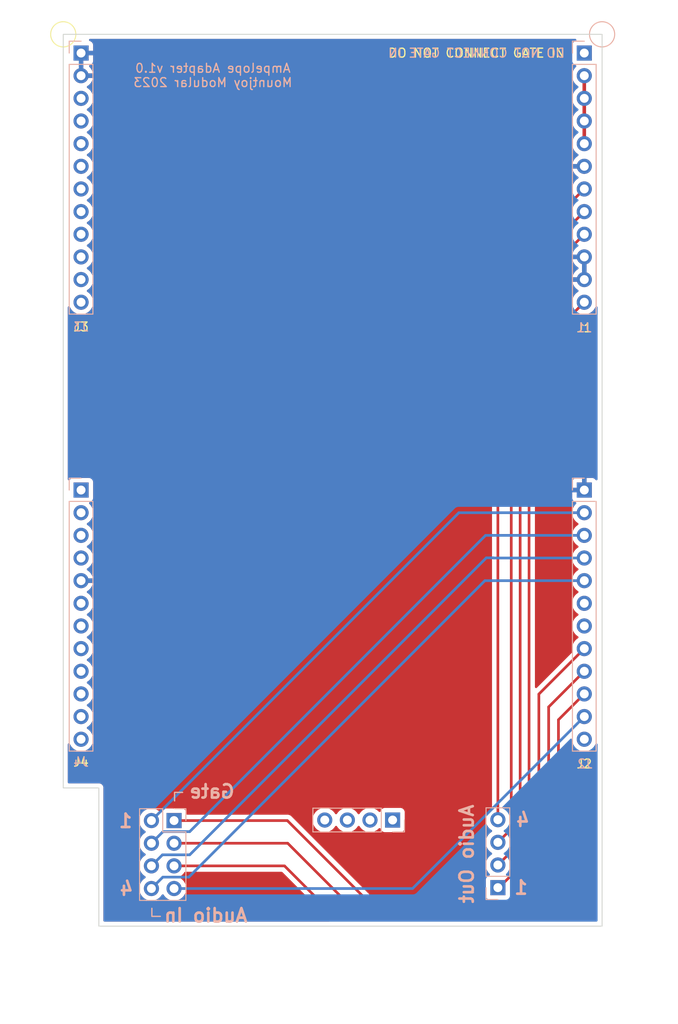
<source format=kicad_pcb>
(kicad_pcb (version 20221018) (generator pcbnew)
  (layers (0 "F.Cu" signal) (31 "B.Cu" signal) (34 "B.Paste" user) (35 "F.Paste" user) (36 "B.SilkS" user "B.Silkscreen") (37 "F.SilkS" user "F.Silkscreen") (38 "B.Mask" user) (39 "F.Mask" user) (44 "Edge.Cuts" user))
  (net 0 "")
  (net 1 "GND")
  (net 2 "/Gate_In")
  (net 3 "/Gate1_In")
  (net 4 "/Gate2_In")
  (net 5 "/Gate3_In")
  (net 6 "/Gate4_In")
  (net 7 "/Audio1_In")
  (net 8 "/Audio2_In")
  (net 9 "/Audio3_In")
  (net 10 "/Audio4_In")
  (net 11 "/Audio1_Out")
  (net 12 "/Audio2_Out")
  (net 13 "/Audio3_Out")
  (net 14 "/Audio4_Out")
  (net 15 "+3V3")
  (net 16 "/Led1_Out")
  (net 17 "/Led2_Out")
  (net 18 "/Led3_Out")
  (net 19 "/Led4_Out")
  (net 20 "/Env1_Out")
  (net 21 "/Clock_In")
  (net 22 "/Env3_Out")
  (net 23 "/LFO_Speed")
  (net 24 "/Env1_Short")
  (net 25 "/Env1_LFO")
  (net 26 "/Env2_Short")
  (net 27 "/Env2_LFO")
  (net 28 "/Env3_Short")
  (net 29 "/Env3_LFO")
  (net 30 "/Env4_Short")
  (net 31 "/Env4_LFO")
  (net 32 "/EnvA_Attack")
  (net 33 "/EnvA_Decay")
  (net 34 "/EnvA_Release")
  (net 35 "/EnvA_Sustain")
  (net 36 "/EnvB_Attack")
  (net 37 "/EnvB_Decay")
  (net 38 "/EnvB_Release")
  (net 39 "/EnvB_Sustain")
  (footprint "Custom_Footprints:3D_Dummy" (layer "F.Cu") (at 100 50)
    (fp_text reference "D2" hide)
    (fp_text value "3d_Model_Controls")
    (fp_circle (center 0 0) (end 1.414214 0) (stroke (width 0.12)) (fill none) (layer "F.SilkS"))
  )
  (footprint "Connector_PinSocket_2.54mm:PinSocket_1x12_P2.54mm_Vertical" (layer "B.Cu") (at 158.5 101.1 180)
    (fp_text reference "J2" (at -0.1 -30.7) (layer "B.SilkS") (effects (justify mirror)))
    (fp_text value "Conn_01x12_Male")
    (fp_line (start -1.33 -29.27) (end 1.33 -29.27) (stroke (width 0.12)) (layer "B.SilkS"))
    (fp_line (start -1.33 -1.27) (end -1.33 -29.27) (stroke (width 0.12)) (layer "B.SilkS"))
    (fp_line (start -1.33 -1.27) (end 1.33 -1.27) (stroke (width 0.12)) (layer "B.SilkS"))
    (fp_line (start 0 1.33) (end 1.33 1.33) (stroke (width 0.12)) (layer "B.SilkS"))
    (fp_line (start 1.33 -1.27) (end 1.33 -29.27) (stroke (width 0.12)) (layer "B.SilkS"))
    (fp_line (start 1.33 1.33) (end 1.33 0) (stroke (width 0.12)) (layer "B.SilkS"))
    (pad "1" thru_hole rect (at 0 0 180) (size 1.7 1.7) (drill 1) (layers "*.Cu" "*.Mask") (net 1 "GND"))
    (pad "2" thru_hole oval (at 0 -2.54 180) (size 1.7 1.7) (drill 1) (layers "*.Cu" "*.Mask") (net 7 "/Audio1_In"))
    (pad "3" thru_hole oval (at 0 -5.08 180) (size 1.7 1.7) (drill 1) (layers "*.Cu" "*.Mask") (net 8 "/Audio2_In"))
    (pad "4" thru_hole oval (at 0 -7.62 180) (size 1.7 1.7) (drill 1) (layers "*.Cu" "*.Mask") (net 9 "/Audio3_In"))
    (pad "5" thru_hole oval (at 0 -10.16 180) (size 1.7 1.7) (drill 1) (layers "*.Cu" "*.Mask") (net 10 "/Audio4_In"))
    (pad "6" thru_hole oval (at 0 -12.7 180) (size 1.7 1.7) (drill 1) (layers "*.Cu" "*.Mask") (net 23 "/LFO_Speed"))
    (pad "7" thru_hole oval (at 0 -15.24 180) (size 1.7 1.7) (drill 1) (layers "*.Cu" "*.Mask") (net 30 "/Env4_Short"))
    (pad "8" thru_hole oval (at 0 -17.78 180) (size 1.7 1.7) (drill 1) (layers "*.Cu" "*.Mask") (net 3 "/Gate1_In"))
    (pad "9" thru_hole oval (at 0 -20.32 180) (size 1.7 1.7) (drill 1) (layers "*.Cu" "*.Mask") (net 4 "/Gate2_In"))
    (pad "10" thru_hole oval (at 0 -22.86 180) (size 1.7 1.7) (drill 1) (layers "*.Cu" "*.Mask") (net 5 "/Gate3_In"))
    (pad "11" thru_hole oval (at 0 -25.4 180) (size 1.7 1.7) (drill 1) (layers "*.Cu" "*.Mask") (net 6 "/Gate4_In"))
    (pad "12" thru_hole oval (at 0 -27.94 180) (size 1.7 1.7) (drill 1) (layers "*.Cu" "*.Mask") (net 21 "/Clock_In"))
  )
  (footprint "Connector_PinHeader_2.54mm:PinHeader_1x04_P2.54mm_Vertical" (layer "B.Cu") (at 148.8 145.68)
    (fp_text reference "J6" hide)
    (fp_text value "Filter_Connector")
    (fp_line (start -1.33 -8.95) (end 1.33 -8.95) (stroke (width 0.12)) (layer "B.SilkS"))
    (fp_line (start -1.33 -1.27) (end -1.33 -8.95) (stroke (width 0.12)) (layer "B.SilkS"))
    (fp_line (start -1.33 -1.27) (end 1.33 -1.27) (stroke (width 0.12)) (layer "B.SilkS"))
    (fp_line (start -1.33 0) (end -1.33 1.33) (stroke (width 0.12)) (layer "B.SilkS"))
    (fp_line (start -1.33 1.33) (end 0 1.33) (stroke (width 0.12)) (layer "B.SilkS"))
    (fp_line (start 1.33 -1.27) (end 1.33 -8.95) (stroke (width 0.12)) (layer "B.SilkS"))
    (pad "1" thru_hole rect (at 0 0) (size 1.7 1.7) (drill 1) (layers "*.Cu" "*.Mask") (net 11 "/Audio1_Out"))
    (pad "2" thru_hole oval (at 0 -2.54) (size 1.7 1.7) (drill 1) (layers "*.Cu" "*.Mask") (net 12 "/Audio2_Out"))
    (pad "3" thru_hole oval (at 0 -5.08) (size 1.7 1.7) (drill 1) (layers "*.Cu" "*.Mask") (net 13 "/Audio3_Out"))
    (pad "4" thru_hole oval (at 0 -7.62) (size 1.7 1.7) (drill 1) (layers "*.Cu" "*.Mask") (net 14 "/Audio4_Out"))
  )
  (footprint "Custom_Footprints:3D_Dummy" (layer "B.Cu") (at 160.5 50 180)
    (fp_text reference "D1" hide)
    (fp_text value "3d_Model_Components")
    (fp_circle (center 0 0) (end 1.414214 0) (stroke (width 0.12)) (fill none) (layer "B.SilkS"))
  )
  (footprint "Connector_PinHeader_2.54mm:PinHeader_2x04_P2.54mm_Vertical" (layer "B.Cu") (at 112.44 138.16 180)
    (fp_text reference "J5" hide)
    (fp_text value "Midi_Board_Connector")
    (fp_line (start -1.33 -8.95) (end 3.87 -8.95) (stroke (width 0.12)) (layer "B.SilkS"))
    (fp_line (start -1.33 -1.27) (end -1.33 -8.95) (stroke (width 0.12)) (layer "B.SilkS"))
    (fp_line (start -1.33 -1.27) (end 1.27 -1.27) (stroke (width 0.12)) (layer "B.SilkS"))
    (fp_line (start -1.33 0) (end -1.33 1.33) (stroke (width 0.12)) (layer "B.SilkS"))
    (fp_line (start -1.33 1.33) (end 0 1.33) (stroke (width 0.12)) (layer "B.SilkS"))
    (fp_line (start 1.27 -1.27) (end 1.27 1.33) (stroke (width 0.12)) (layer "B.SilkS"))
    (fp_line (start 1.27 1.33) (end 3.87 1.33) (stroke (width 0.12)) (layer "B.SilkS"))
    (fp_line (start 3.87 1.33) (end 3.87 -8.95) (stroke (width 0.12)) (layer "B.SilkS"))
    (pad "1" thru_hole rect (at 0 0 180) (size 1.7 1.7) (drill 1) (layers "*.Cu" "*.Mask") (net 3 "/Gate1_In"))
    (pad "2" thru_hole oval (at 2.54 0 180) (size 1.7 1.7) (drill 1) (layers "*.Cu" "*.Mask") (net 7 "/Audio1_In"))
    (pad "3" thru_hole oval (at 0 -2.54 180) (size 1.7 1.7) (drill 1) (layers "*.Cu" "*.Mask") (net 4 "/Gate2_In"))
    (pad "4" thru_hole oval (at 2.54 -2.54 180) (size 1.7 1.7) (drill 1) (layers "*.Cu" "*.Mask") (net 8 "/Audio2_In"))
    (pad "5" thru_hole oval (at 0 -5.08 180) (size 1.7 1.7) (drill 1) (layers "*.Cu" "*.Mask") (net 5 "/Gate3_In"))
    (pad "6" thru_hole oval (at 2.54 -5.08 180) (size 1.7 1.7) (drill 1) (layers "*.Cu" "*.Mask") (net 9 "/Audio3_In"))
    (pad "7" thru_hole oval (at 0 -7.62 180) (size 1.7 1.7) (drill 1) (layers "*.Cu" "*.Mask") (net 6 "/Gate4_In"))
    (pad "8" thru_hole oval (at 2.54 -7.62 180) (size 1.7 1.7) (drill 1) (layers "*.Cu" "*.Mask") (net 10 "/Audio4_In"))
  )
  (footprint "Connector_PinSocket_2.54mm:PinSocket_1x12_P2.54mm_Vertical" (layer "B.Cu") (at 102 101.1 180)
    (fp_text reference "J4" (at 0 -30.5) (layer "B.SilkS") (effects (justify mirror)))
    (fp_text value "Conn_01x12_Male")
    (fp_line (start -1.33 -29.27) (end 1.33 -29.27) (stroke (width 0.12)) (layer "B.SilkS"))
    (fp_line (start -1.33 -1.27) (end -1.33 -29.27) (stroke (width 0.12)) (layer "B.SilkS"))
    (fp_line (start -1.33 -1.27) (end 1.33 -1.27) (stroke (width 0.12)) (layer "B.SilkS"))
    (fp_line (start 0 1.33) (end 1.33 1.33) (stroke (width 0.12)) (layer "B.SilkS"))
    (fp_line (start 1.33 -1.27) (end 1.33 -29.27) (stroke (width 0.12)) (layer "B.SilkS"))
    (fp_line (start 1.33 1.33) (end 1.33 0) (stroke (width 0.12)) (layer "B.SilkS"))
    (pad "1" thru_hole rect (at 0 0 180) (size 1.7 1.7) (drill 1) (layers "*.Cu" "*.Mask") (net 32 "/EnvA_Attack"))
    (pad "2" thru_hole oval (at 0 -2.54 180) (size 1.7 1.7) (drill 1) (layers "*.Cu" "*.Mask") (net 33 "/EnvA_Decay"))
    (pad "3" thru_hole oval (at 0 -5.08 180) (size 1.7 1.7) (drill 1) (layers "*.Cu" "*.Mask") (net 35 "/EnvA_Sustain"))
    (pad "4" thru_hole oval (at 0 -7.62 180) (size 1.7 1.7) (drill 1) (layers "*.Cu" "*.Mask") (net 34 "/EnvA_Release"))
    (pad "5" thru_hole oval (at 0 -10.16 180) (size 1.7 1.7) (drill 1) (layers "*.Cu" "*.Mask") (net 1 "GND"))
    (pad "6" thru_hole oval (at 0 -12.7 180) (size 1.7 1.7) (drill 1) (layers "*.Cu" "*.Mask") (net 25 "/Env1_LFO"))
    (pad "7" thru_hole oval (at 0 -15.24 180) (size 1.7 1.7) (drill 1) (layers "*.Cu" "*.Mask") (net 24 "/Env1_Short"))
    (pad "8" thru_hole oval (at 0 -17.78 180) (size 1.7 1.7) (drill 1) (layers "*.Cu" "*.Mask") (net 27 "/Env2_LFO"))
    (pad "9" thru_hole oval (at 0 -20.32 180) (size 1.7 1.7) (drill 1) (layers "*.Cu" "*.Mask") (net 26 "/Env2_Short"))
    (pad "10" thru_hole oval (at 0 -22.86 180) (size 1.7 1.7) (drill 1) (layers "*.Cu" "*.Mask") (net 29 "/Env3_LFO"))
    (pad "11" thru_hole oval (at 0 -25.4 180) (size 1.7 1.7) (drill 1) (layers "*.Cu" "*.Mask") (net 28 "/Env3_Short"))
    (pad "12" thru_hole oval (at 0 -27.94 180) (size 1.7 1.7) (drill 1) (layers "*.Cu" "*.Mask") (net 31 "/Env4_LFO"))
  )
  (footprint "Connector_PinHeader_2.54mm:PinHeader_1x04_P2.54mm_Vertical" (layer "B.Cu") (at 136.98 138.1 90)
    (fp_text reference "J7" hide)
    (fp_text value "Test_Connector")
    (fp_line (start -1.33 -8.95) (end 1.33 -8.95) (stroke (width 0.12)) (layer "B.SilkS"))
    (fp_line (start -1.33 -1.27) (end -1.33 -8.95) (stroke (width 0.12)) (layer "B.SilkS"))
    (fp_line (start -1.33 -1.27) (end 1.33 -1.27) (stroke (width 0.12)) (layer "B.SilkS"))
    (fp_line (start -1.33 0) (end -1.33 1.33) (stroke (width 0.12)) (layer "B.SilkS"))
    (fp_line (start -1.33 1.33) (end 0 1.33) (stroke (width 0.12)) (layer "B.SilkS"))
    (fp_line (start 1.33 -1.27) (end 1.33 -8.95) (stroke (width 0.12)) (layer "B.SilkS"))
    (pad "1" thru_hole rect (at 0 0 90) (size 1.7 1.7) (drill 1) (layers "*.Cu" "*.Mask"))
    (pad "2" thru_hole oval (at 0 -2.54 90) (size 1.7 1.7) (drill 1) (layers "*.Cu" "*.Mask"))
    (pad "3" thru_hole oval (at 0 -5.08 90) (size 1.7 1.7) (drill 1) (layers "*.Cu" "*.Mask"))
    (pad "4" thru_hole oval (at 0 -7.62 90) (size 1.7 1.7) (drill 1) (layers "*.Cu" "*.Mask"))
  )
  (footprint "Connector_PinSocket_2.54mm:PinSocket_1x12_P2.54mm_Vertical" (layer "B.Cu") (at 158.5 52.1 180)
    (fp_text reference "J1" (at 0 -30.8) (layer "B.SilkS") (effects (justify mirror)))
    (fp_text value "Conn_01x12_Male")
    (fp_line (start -1.33 -29.27) (end 1.33 -29.27) (stroke (width 0.12)) (layer "B.SilkS"))
    (fp_line (start -1.33 -1.27) (end -1.33 -29.27) (stroke (width 0.12)) (layer "B.SilkS"))
    (fp_line (start -1.33 -1.27) (end 1.33 -1.27) (stroke (width 0.12)) (layer "B.SilkS"))
    (fp_line (start 0 1.33) (end 1.33 1.33) (stroke (width 0.12)) (layer "B.SilkS"))
    (fp_line (start 1.33 -1.27) (end 1.33 -29.27) (stroke (width 0.12)) (layer "B.SilkS"))
    (fp_line (start 1.33 1.33) (end 1.33 0) (stroke (width 0.12)) (layer "B.SilkS"))
    (pad "1" thru_hole rect (at 0 0 180) (size 1.7 1.7) (drill 1) (layers "*.Cu" "*.Mask") (net 2 "/Gate_In"))
    (pad "2" thru_hole oval (at 0 -2.54 180) (size 1.7 1.7) (drill 1) (layers "*.Cu" "*.Mask") (net 15 "+3V3"))
    (pad "3" thru_hole oval (at 0 -5.08 180) (size 1.7 1.7) (drill 1) (layers "*.Cu" "*.Mask") (net 15 "+3V3"))
    (pad "4" thru_hole oval (at 0 -7.62 180) (size 1.7 1.7) (drill 1) (layers "*.Cu" "*.Mask") (net 15 "+3V3"))
    (pad "5" thru_hole oval (at 0 -10.16 180) (size 1.7 1.7) (drill 1) (layers "*.Cu" "*.Mask") (net 15 "+3V3"))
    (pad "6" thru_hole oval (at 0 -12.7 180) (size 1.7 1.7) (drill 1) (layers "*.Cu" "*.Mask") (net 1 "GND"))
    (pad "7" thru_hole oval (at 0 -15.24 180) (size 1.7 1.7) (drill 1) (layers "*.Cu" "*.Mask") (net 14 "/Audio4_Out"))
    (pad "8" thru_hole oval (at 0 -17.78 180) (size 1.7 1.7) (drill 1) (layers "*.Cu" "*.Mask") (net 13 "/Audio3_Out"))
    (pad "9" thru_hole oval (at 0 -20.32 180) (size 1.7 1.7) (drill 1) (layers "*.Cu" "*.Mask") (net 12 "/Audio2_Out"))
    (pad "10" thru_hole oval (at 0 -22.86 180) (size 1.7 1.7) (drill 1) (layers "*.Cu" "*.Mask") (net 1 "GND"))
    (pad "11" thru_hole oval (at 0 -25.4 180) (size 1.7 1.7) (drill 1) (layers "*.Cu" "*.Mask") (net 1 "GND"))
    (pad "12" thru_hole oval (at 0 -27.94 180) (size 1.7 1.7) (drill 1) (layers "*.Cu" "*.Mask") (net 11 "/Audio1_Out"))
  )
  (footprint "Connector_PinSocket_2.54mm:PinSocket_1x12_P2.54mm_Vertical" (layer "B.Cu") (at 102 52.1 180)
    (fp_text reference "J3" (at 0 -30.7) (layer "B.SilkS") (effects (justify mirror)))
    (fp_text value "Conn_01x12_Male")
    (fp_line (start -1.33 -29.27) (end 1.33 -29.27) (stroke (width 0.12)) (layer "B.SilkS"))
    (fp_line (start -1.33 -1.27) (end -1.33 -29.27) (stroke (width 0.12)) (layer "B.SilkS"))
    (fp_line (start -1.33 -1.27) (end 1.33 -1.27) (stroke (width 0.12)) (layer "B.SilkS"))
    (fp_line (start 0 1.33) (end 1.33 1.33) (stroke (width 0.12)) (layer "B.SilkS"))
    (fp_line (start 1.33 -1.27) (end 1.33 -29.27) (stroke (width 0.12)) (layer "B.SilkS"))
    (fp_line (start 1.33 1.33) (end 1.33 0) (stroke (width 0.12)) (layer "B.SilkS"))
    (pad "1" thru_hole rect (at 0 0 180) (size 1.7 1.7) (drill 1) (layers "*.Cu" "*.Mask") (net 1 "GND"))
    (pad "2" thru_hole oval (at 0 -2.54 180) (size 1.7 1.7) (drill 1) (layers "*.Cu" "*.Mask") (net 1 "GND"))
    (pad "3" thru_hole oval (at 0 -5.08 180) (size 1.7 1.7) (drill 1) (layers "*.Cu" "*.Mask") (net 16 "/Led1_Out"))
    (pad "4" thru_hole oval (at 0 -7.62 180) (size 1.7 1.7) (drill 1) (layers "*.Cu" "*.Mask") (net 20 "/Env1_Out"))
    (pad "5" thru_hole oval (at 0 -10.16 180) (size 1.7 1.7) (drill 1) (layers "*.Cu" "*.Mask") (net 17 "/Led2_Out"))
    (pad "6" thru_hole oval (at 0 -12.7 180) (size 1.7 1.7) (drill 1) (layers "*.Cu" "*.Mask") (net 19 "/Led4_Out"))
    (pad "7" thru_hole oval (at 0 -15.24 180) (size 1.7 1.7) (drill 1) (layers "*.Cu" "*.Mask") (net 22 "/Env3_Out"))
    (pad "8" thru_hole oval (at 0 -17.78 180) (size 1.7 1.7) (drill 1) (layers "*.Cu" "*.Mask") (net 18 "/Led3_Out"))
    (pad "9" thru_hole oval (at 0 -20.32 180) (size 1.7 1.7) (drill 1) (layers "*.Cu" "*.Mask") (net 38 "/EnvB_Release"))
    (pad "10" thru_hole oval (at 0 -22.86 180) (size 1.7 1.7) (drill 1) (layers "*.Cu" "*.Mask") (net 39 "/EnvB_Sustain"))
    (pad "11" thru_hole oval (at 0 -25.4 180) (size 1.7 1.7) (drill 1) (layers "*.Cu" "*.Mask") (net 37 "/EnvB_Decay"))
    (pad "12" thru_hole oval (at 0 -27.94 180) (size 1.7 1.7) (drill 1) (layers "*.Cu" "*.Mask") (net 36 "/EnvB_Attack"))
  )
  (gr_line (start 109.95 148) (end 109.95 148.9) (stroke (width 0.15)) (layer "B.SilkS"))
  (gr_line (start 110 148.9) (end 110.9 148.9) (stroke (width 0.15)) (layer "B.SilkS"))
  (gr_line (start 113.4 135) (end 112.5 135) (stroke (width 0.15)) (layer "B.SilkS"))
  (gr_line (start 112.5 135.05) (end 112.5 135.95) (stroke (width 0.15)) (layer "B.SilkS"))
  (gr_poly (pts (xy 160.5 150) (xy 104 150) (xy 104 134.5) (xy 99.999347 134.5) (xy 100 132.9) (xy 100 50) (xy 160.5 50)) (stroke (width 0.1)) (fill none) (layer "Edge.Cuts"))
  (gr_text "4" (at 107.1 145.8) (layer "B.SilkS") (effects (font (size 1.5 1.5) (thickness 0.3)) (justify mirror)))
  (gr_text "Audio In" (at 116 148.8) (layer "B.SilkS") (effects (font (size 1.5 1.5) (thickness 0.3)) (justify mirror)))
  (gr_text "4" (at 151.6 138.08) (layer "B.SilkS") (effects (font (size 1.5 1.5) (thickness 0.3)) (justify mirror)))
  (gr_text "1" (at 107 138.2) (layer "B.SilkS") (effects (font (size 1.5 1.5) (thickness 0.3)) (justify mirror)))
  (gr_text "DO NOT CONNECT GATE IN" (at 146.4 52.1) (layer "B.SilkS") (effects (font (size 1 1)) (justify mirror)))
  (gr_text "Gate" (at 116.7 134.9) (layer "B.SilkS") (effects (font (size 1.5 1.5) (thickness 0.3)) (justify mirror)))
  (gr_text "Ampelope Adapter v1.0\nMountjoy Modular 2023" (at 116.8 54.6) (layer "B.SilkS") (effects (font (size 1 1)) (justify mirror)))
  (gr_text "Audio Out" (at 145.3 141.9 90) (layer "B.SilkS") (effects (font (size 1.5 1.5) (thickness 0.3)) (justify mirror)))
  (gr_text "1" (at 151.4 145.68) (layer "B.SilkS") (effects (font (size 1.5 1.5) (thickness 0.3)) (justify mirror)))
  (gr_text "DO NOT CONNECT GATE IN" (at 146.4 52.1) (layer "F.SilkS") (effects (font (size 1 1))))
  (gr_text "J3" (at 102 82.8) (layer "F.SilkS") (effects (font (size 1 1))))
  (gr_text "J2" (at 158.5 131.8) (layer "F.SilkS") (effects (font (size 1 1))))
  (gr_text "J4" (at 102 131.6) (layer "F.SilkS") (effects (font (size 1 1))))
  (gr_text "J1" (at 158.5 82.9) (layer "F.SilkS") (effects (font (size 1 1))))
  (segment (start 158.5 118.88) (end 153.4 123.98) (width 0.3) (layer "F.Cu") (net 3))
  (segment (start 125.16 138.16) (end 112.44 138.16) (width 0.3) (layer "F.Cu") (net 3))
  (segment (start 153.4 123.98) (end 153.4 145) (width 0.3) (layer "F.Cu") (net 3))
  (segment (start 134.3 147.3) (end 125.16 138.16) (width 0.3) (layer "F.Cu") (net 3))
  (segment (start 151.1 147.3) (end 134.3 147.3) (width 0.3) (layer "F.Cu") (net 3))
  (segment (start 153.4 145) (end 151.1 147.3) (width 0.3) (layer "F.Cu") (net 3))
  (segment (start 125.2 140.7) (end 112.44 140.7) (width 0.3) (layer "F.Cu") (net 4))
  (segment (start 158.5 121.42) (end 154.5 125.42) (width 0.3) (layer "F.Cu") (net 4))
  (segment (start 151.8 148.2) (end 132.7 148.2) (width 0.3) (layer "F.Cu") (net 4))
  (segment (start 154.5 145.5) (end 151.8 148.2) (width 0.3) (layer "F.Cu") (net 4))
  (segment (start 154.5 125.42) (end 154.5 145.5) (width 0.3) (layer "F.Cu") (net 4))
  (segment (start 132.7 148.2) (end 125.2 140.7) (width 0.3) (layer "F.Cu") (net 4))
  (segment (start 124.84 143.24) (end 130.7 149.1) (width 0.3) (layer "F.Cu") (net 5))
  (segment (start 130.7 149.1) (end 152.5 149.1) (width 0.3) (layer "F.Cu") (net 5))
  (segment (start 112.44 143.24) (end 124.84 143.24) (width 0.3) (layer "F.Cu") (net 5))
  (segment (start 152.5 149.1) (end 155.6 146) (width 0.3) (layer "F.Cu") (net 5))
  (segment (start 155.6 126.86) (end 158.5 123.96) (width 0.3) (layer "F.Cu") (net 5))
  (segment (start 155.6 146) (end 155.6 126.86) (width 0.3) (layer "F.Cu") (net 5))
  (segment (start 158.5 126.5) (end 139.22 145.78) (width 0.3) (layer "B.Cu") (net 6))
  (segment (start 139.22 145.78) (end 112.44 145.78) (width 0.3) (layer "B.Cu") (net 6))
  (segment (start 158.5 103.64) (end 144.42 103.64) (width 0.3) (layer "B.Cu") (net 7))
  (segment (start 144.42 103.64) (end 109.9 138.16) (width 0.3) (layer "B.Cu") (net 7))
  (segment (start 111.2 139.4) (end 109.9 140.7) (width 0.3) (layer "B.Cu") (net 8))
  (segment (start 114.2 139.4) (end 111.2 139.4) (width 0.3) (layer "B.Cu") (net 8))
  (segment (start 158.5 106.18) (end 147.42 106.18) (width 0.3) (layer "B.Cu") (net 8))
  (segment (start 147.42 106.18) (end 114.2 139.4) (width 0.3) (layer "B.Cu") (net 8))
  (segment (start 111.14 142) (end 109.9 143.24) (width 0.3) (layer "B.Cu") (net 9))
  (segment (start 148.3 108.7) (end 147.5 108.7) (width 0.3) (layer "B.Cu") (net 9))
  (segment (start 158.5 108.72) (end 148.32 108.72) (width 0.3) (layer "B.Cu") (net 9))
  (segment (start 114.2 142) (end 111.14 142) (width 0.3) (layer "B.Cu") (net 9))
  (segment (start 148.32 108.72) (end 148.3 108.7) (width 0.3) (layer "B.Cu") (net 9))
  (segment (start 147.5 108.7) (end 114.2 142) (width 0.3) (layer "B.Cu") (net 9))
  (segment (start 111.18 144.5) (end 114.1 144.5) (width 0.3) (layer "B.Cu") (net 10))
  (segment (start 109.9 145.78) (end 111.18 144.5) (width 0.3) (layer "B.Cu") (net 10))
  (segment (start 114.1 144.5) (end 147.34 111.26) (width 0.3) (layer "B.Cu") (net 10))
  (segment (start 147.34 111.26) (end 158.5 111.26) (width 0.3) (layer "B.Cu") (net 10))
  (segment (start 152.3 142.3) (end 148.92 145.68) (width 0.3) (layer "F.Cu") (net 11))
  (segment (start 152.3 86.24) (end 152.3 142.3) (width 0.3) (layer "F.Cu") (net 11))
  (segment (start 158.5 80.04) (end 152.3 86.24) (width 0.3) (layer "F.Cu") (net 11))
  (segment (start 148.92 145.68) (end 148.8 145.68) (width 0.3) (layer "F.Cu") (net 11))
  (segment (start 151.3 140.64) (end 151.3 79.62) (width 0.3) (layer "F.Cu") (net 12))
  (segment (start 151.3 79.62) (end 158.5 72.42) (width 0.3) (layer "F.Cu") (net 12))
  (segment (start 148.8 143.14) (end 151.3 140.64) (width 0.3) (layer "F.Cu") (net 12))
  (segment (start 150.3 78.08) (end 158.5 69.88) (width 0.3) (layer "F.Cu") (net 13))
  (segment (start 150.3 139.1) (end 150.3 78.08) (width 0.3) (layer "F.Cu") (net 13))
  (segment (start 148.8 140.6) (end 150.3 139.1) (width 0.3) (layer "F.Cu") (net 13))
  (segment (start 148.8 138.06) (end 148.8 77.04) (width 0.3) (layer "F.Cu") (net 14))
  (segment (start 148.8 77.04) (end 158.5 67.34) (width 0.3) (layer "F.Cu") (net 14))
  (segment (start 158.5 54.64) (end 158.5 62.26) (width 0.4) (layer "F.Cu") (net 15))
  (zone (net 1) (net_name "GND") (layers "F&B.Cu") (connect_pads (clearance 0.508)) (min_thickness 0.254) (fill yes (thermal_gap 0.508) (thermal_bridge_width 0.508))
    (polygon (pts (xy 161 161) (xy 99 161) (xy 99 49) (xy 161 49)))
  )
)
</source>
